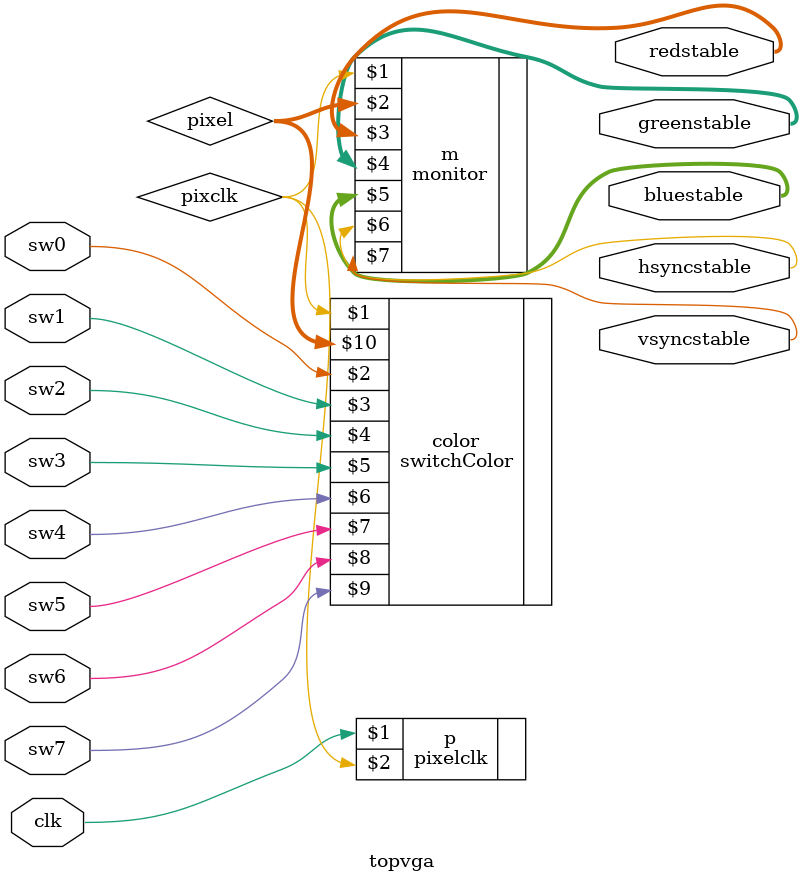
<source format=v>
module topvga(clk,sw0,sw1,sw2,sw3,sw4,sw5,sw6,sw7,redstable,greenstable,bluestable,hsyncstable,vsyncstable);
input clk,sw0,sw1,sw2,sw3,sw4,sw5,sw6,sw7;
output [3:0]redstable;
output [3:0]greenstable;
output [3:0]bluestable;
output hsyncstable;
output vsyncstable;

wire [11:0]pixel;
wire pixclk;

pixelclk p(clk,pixclk);
switchColor color(pixclk,sw0,sw1,sw2,sw3,sw4,sw5,sw6,sw7,pixel);
monitor m(pixclk,pixel,redstable,greenstable,bluestable,hsyncstable,vsyncstable);

endmodule

</source>
